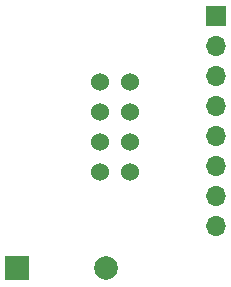
<source format=gbr>
G04 #@! TF.FileFunction,Copper,L2,Bot,Signal*
%FSLAX46Y46*%
G04 Gerber Fmt 4.6, Leading zero omitted, Abs format (unit mm)*
G04 Created by KiCad (PCBNEW 4.0.7) date 02/12/18 20:49:11*
%MOMM*%
%LPD*%
G01*
G04 APERTURE LIST*
%ADD10C,0.100000*%
%ADD11R,1.700000X1.700000*%
%ADD12O,1.700000X1.700000*%
%ADD13C,1.524000*%
%ADD14R,2.000000X2.000000*%
%ADD15C,2.000000*%
G04 APERTURE END LIST*
D10*
D11*
X152067619Y-111255000D03*
D12*
X152067619Y-113795000D03*
X152067619Y-116335000D03*
X152067619Y-118875000D03*
X152067619Y-121415000D03*
X152067619Y-123955000D03*
X152067619Y-126495000D03*
X152067619Y-129035000D03*
D13*
X144780000Y-121920000D03*
X144780000Y-119380000D03*
X144780000Y-116840000D03*
X142240000Y-116840000D03*
X142240000Y-119380000D03*
X142240000Y-121920000D03*
X142240000Y-124460000D03*
X144780000Y-124460000D03*
D14*
X135255000Y-132588000D03*
D15*
X142755000Y-132588000D03*
M02*

</source>
